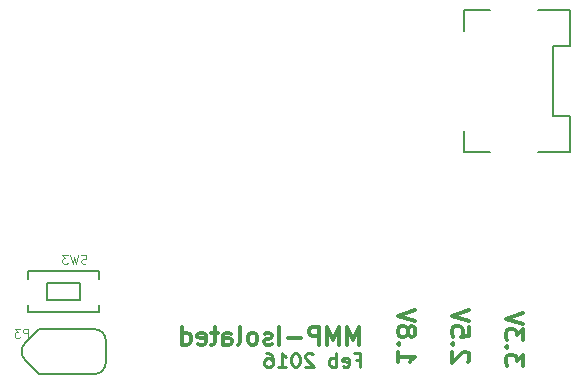
<source format=gbo>
G04 #@! TF.FileFunction,Legend,Bot*
%FSLAX46Y46*%
G04 Gerber Fmt 4.6, Leading zero omitted, Abs format (unit mm)*
G04 Created by KiCad (PCBNEW 4.0.0-rc2-stable) date 17/02/2016 11:29:29*
%MOMM*%
G01*
G04 APERTURE LIST*
%ADD10C,0.100000*%
%ADD11C,0.250000*%
%ADD12C,0.300000*%
%ADD13C,0.127000*%
%ADD14C,0.150000*%
%ADD15C,0.105000*%
G04 APERTURE END LIST*
D10*
D11*
X55460571Y70163714D02*
X55860571Y70163714D01*
X55860571Y69535143D02*
X55860571Y70735143D01*
X55289142Y70735143D01*
X54374857Y69592286D02*
X54489143Y69535143D01*
X54717714Y69535143D01*
X54832000Y69592286D01*
X54889143Y69706571D01*
X54889143Y70163714D01*
X54832000Y70278000D01*
X54717714Y70335143D01*
X54489143Y70335143D01*
X54374857Y70278000D01*
X54317714Y70163714D01*
X54317714Y70049429D01*
X54889143Y69935143D01*
X53803429Y69535143D02*
X53803429Y70735143D01*
X53803429Y70278000D02*
X53689143Y70335143D01*
X53460572Y70335143D01*
X53346286Y70278000D01*
X53289143Y70220857D01*
X53232000Y70106571D01*
X53232000Y69763714D01*
X53289143Y69649429D01*
X53346286Y69592286D01*
X53460572Y69535143D01*
X53689143Y69535143D01*
X53803429Y69592286D01*
X51860572Y70620857D02*
X51803429Y70678000D01*
X51689143Y70735143D01*
X51403429Y70735143D01*
X51289143Y70678000D01*
X51232000Y70620857D01*
X51174857Y70506571D01*
X51174857Y70392286D01*
X51232000Y70220857D01*
X51917714Y69535143D01*
X51174857Y69535143D01*
X50432000Y70735143D02*
X50317715Y70735143D01*
X50203429Y70678000D01*
X50146286Y70620857D01*
X50089143Y70506571D01*
X50032000Y70278000D01*
X50032000Y69992286D01*
X50089143Y69763714D01*
X50146286Y69649429D01*
X50203429Y69592286D01*
X50317715Y69535143D01*
X50432000Y69535143D01*
X50546286Y69592286D01*
X50603429Y69649429D01*
X50660572Y69763714D01*
X50717715Y69992286D01*
X50717715Y70278000D01*
X50660572Y70506571D01*
X50603429Y70620857D01*
X50546286Y70678000D01*
X50432000Y70735143D01*
X48889143Y69535143D02*
X49574858Y69535143D01*
X49232000Y69535143D02*
X49232000Y70735143D01*
X49346286Y70563714D01*
X49460572Y70449429D01*
X49574858Y70392286D01*
X47860572Y70735143D02*
X48089143Y70735143D01*
X48203429Y70678000D01*
X48260572Y70620857D01*
X48374858Y70449429D01*
X48432001Y70220857D01*
X48432001Y69763714D01*
X48374858Y69649429D01*
X48317715Y69592286D01*
X48203429Y69535143D01*
X47974858Y69535143D01*
X47860572Y69592286D01*
X47803429Y69649429D01*
X47746286Y69763714D01*
X47746286Y70049429D01*
X47803429Y70163714D01*
X47860572Y70220857D01*
X47974858Y70278000D01*
X48203429Y70278000D01*
X48317715Y70220857D01*
X48374858Y70163714D01*
X48432001Y70049429D01*
D12*
X55776000Y71431429D02*
X55776000Y72931429D01*
X55276000Y71860000D01*
X54776000Y72931429D01*
X54776000Y71431429D01*
X54061714Y71431429D02*
X54061714Y72931429D01*
X53561714Y71860000D01*
X53061714Y72931429D01*
X53061714Y71431429D01*
X52347428Y71431429D02*
X52347428Y72931429D01*
X51776000Y72931429D01*
X51633142Y72860000D01*
X51561714Y72788571D01*
X51490285Y72645714D01*
X51490285Y72431429D01*
X51561714Y72288571D01*
X51633142Y72217143D01*
X51776000Y72145714D01*
X52347428Y72145714D01*
X50847428Y72002857D02*
X49704571Y72002857D01*
X48990285Y71431429D02*
X48990285Y72931429D01*
X48347428Y71502857D02*
X48204571Y71431429D01*
X47918856Y71431429D01*
X47775999Y71502857D01*
X47704571Y71645714D01*
X47704571Y71717143D01*
X47775999Y71860000D01*
X47918856Y71931429D01*
X48133142Y71931429D01*
X48275999Y72002857D01*
X48347428Y72145714D01*
X48347428Y72217143D01*
X48275999Y72360000D01*
X48133142Y72431429D01*
X47918856Y72431429D01*
X47775999Y72360000D01*
X46847427Y71431429D02*
X46990285Y71502857D01*
X47061713Y71574286D01*
X47133142Y71717143D01*
X47133142Y72145714D01*
X47061713Y72288571D01*
X46990285Y72360000D01*
X46847427Y72431429D01*
X46633142Y72431429D01*
X46490285Y72360000D01*
X46418856Y72288571D01*
X46347427Y72145714D01*
X46347427Y71717143D01*
X46418856Y71574286D01*
X46490285Y71502857D01*
X46633142Y71431429D01*
X46847427Y71431429D01*
X45490284Y71431429D02*
X45633142Y71502857D01*
X45704570Y71645714D01*
X45704570Y72931429D01*
X44275999Y71431429D02*
X44275999Y72217143D01*
X44347428Y72360000D01*
X44490285Y72431429D01*
X44775999Y72431429D01*
X44918856Y72360000D01*
X44275999Y71502857D02*
X44418856Y71431429D01*
X44775999Y71431429D01*
X44918856Y71502857D01*
X44990285Y71645714D01*
X44990285Y71788571D01*
X44918856Y71931429D01*
X44775999Y72002857D01*
X44418856Y72002857D01*
X44275999Y72074286D01*
X43775999Y72431429D02*
X43204570Y72431429D01*
X43561713Y72931429D02*
X43561713Y71645714D01*
X43490285Y71502857D01*
X43347427Y71431429D01*
X43204570Y71431429D01*
X42133142Y71502857D02*
X42275999Y71431429D01*
X42561713Y71431429D01*
X42704570Y71502857D01*
X42775999Y71645714D01*
X42775999Y72217143D01*
X42704570Y72360000D01*
X42561713Y72431429D01*
X42275999Y72431429D01*
X42133142Y72360000D01*
X42061713Y72217143D01*
X42061713Y72074286D01*
X42775999Y71931429D01*
X40775999Y71431429D02*
X40775999Y72931429D01*
X40775999Y71502857D02*
X40918856Y71431429D01*
X41204570Y71431429D01*
X41347428Y71502857D01*
X41418856Y71574286D01*
X41490285Y71717143D01*
X41490285Y72145714D01*
X41418856Y72288571D01*
X41347428Y72360000D01*
X41204570Y72431429D01*
X40918856Y72431429D01*
X40775999Y72360000D01*
X69671429Y69641715D02*
X69671429Y70570286D01*
X69100000Y70070286D01*
X69100000Y70284572D01*
X69028571Y70427429D01*
X68957143Y70498858D01*
X68814286Y70570286D01*
X68457143Y70570286D01*
X68314286Y70498858D01*
X68242857Y70427429D01*
X68171429Y70284572D01*
X68171429Y69856000D01*
X68242857Y69713143D01*
X68314286Y69641715D01*
X68314286Y71213143D02*
X68242857Y71284571D01*
X68171429Y71213143D01*
X68242857Y71141714D01*
X68314286Y71213143D01*
X68171429Y71213143D01*
X69671429Y71784572D02*
X69671429Y72713143D01*
X69100000Y72213143D01*
X69100000Y72427429D01*
X69028571Y72570286D01*
X68957143Y72641715D01*
X68814286Y72713143D01*
X68457143Y72713143D01*
X68314286Y72641715D01*
X68242857Y72570286D01*
X68171429Y72427429D01*
X68171429Y71998857D01*
X68242857Y71856000D01*
X68314286Y71784572D01*
X69671429Y73141714D02*
X68171429Y73641714D01*
X69671429Y74141714D01*
X59027429Y70824286D02*
X59027429Y69967143D01*
X59027429Y70395715D02*
X60527429Y70395715D01*
X60313143Y70252858D01*
X60170286Y70110000D01*
X60098857Y69967143D01*
X59170286Y71467143D02*
X59098857Y71538571D01*
X59027429Y71467143D01*
X59098857Y71395714D01*
X59170286Y71467143D01*
X59027429Y71467143D01*
X59884571Y72395715D02*
X59956000Y72252857D01*
X60027429Y72181429D01*
X60170286Y72110000D01*
X60241714Y72110000D01*
X60384571Y72181429D01*
X60456000Y72252857D01*
X60527429Y72395715D01*
X60527429Y72681429D01*
X60456000Y72824286D01*
X60384571Y72895715D01*
X60241714Y72967143D01*
X60170286Y72967143D01*
X60027429Y72895715D01*
X59956000Y72824286D01*
X59884571Y72681429D01*
X59884571Y72395715D01*
X59813143Y72252857D01*
X59741714Y72181429D01*
X59598857Y72110000D01*
X59313143Y72110000D01*
X59170286Y72181429D01*
X59098857Y72252857D01*
X59027429Y72395715D01*
X59027429Y72681429D01*
X59098857Y72824286D01*
X59170286Y72895715D01*
X59313143Y72967143D01*
X59598857Y72967143D01*
X59741714Y72895715D01*
X59813143Y72824286D01*
X59884571Y72681429D01*
X60527429Y73395714D02*
X59027429Y73895714D01*
X60527429Y74395714D01*
X64956571Y69967143D02*
X65028000Y70038572D01*
X65099429Y70181429D01*
X65099429Y70538572D01*
X65028000Y70681429D01*
X64956571Y70752858D01*
X64813714Y70824286D01*
X64670857Y70824286D01*
X64456571Y70752858D01*
X63599429Y69895715D01*
X63599429Y70824286D01*
X63742286Y71467143D02*
X63670857Y71538571D01*
X63599429Y71467143D01*
X63670857Y71395714D01*
X63742286Y71467143D01*
X63599429Y71467143D01*
X65099429Y72895715D02*
X65099429Y72181429D01*
X64385143Y72110000D01*
X64456571Y72181429D01*
X64528000Y72324286D01*
X64528000Y72681429D01*
X64456571Y72824286D01*
X64385143Y72895715D01*
X64242286Y72967143D01*
X63885143Y72967143D01*
X63742286Y72895715D01*
X63670857Y72824286D01*
X63599429Y72681429D01*
X63599429Y72324286D01*
X63670857Y72181429D01*
X63742286Y72110000D01*
X65099429Y73395714D02*
X63599429Y73895714D01*
X65099429Y74395714D01*
D13*
X33353500Y72745000D02*
X28667200Y72745000D01*
X33353500Y68935000D02*
X28667200Y68935000D01*
X27486100Y71563900D02*
X28667200Y72745000D01*
X27486100Y70116100D02*
X28667200Y68935000D01*
X27486100Y70116100D02*
G75*
G02X27486100Y71563900I723900J723900D01*
G01*
X34306000Y69887500D02*
X34306000Y71792500D01*
X33353500Y72745000D02*
G75*
G02X34306000Y71792500I0J-952500D01*
G01*
X34306000Y69887500D02*
G75*
G02X33353500Y68935000I-952500J0D01*
G01*
D14*
X32150000Y76620000D02*
X29350000Y76620000D01*
X29350000Y76620000D02*
X29350000Y75220000D01*
X29350000Y75220000D02*
X32150000Y75220000D01*
X32150000Y75220000D02*
X32150000Y76620000D01*
X27750000Y77670000D02*
X27750000Y77020000D01*
X27750000Y74170000D02*
X27750000Y74820000D01*
X33750000Y74820000D02*
X33750000Y74170000D01*
X33750000Y77670000D02*
X33750000Y77020000D01*
X27750000Y77670000D02*
X33750000Y77670000D01*
X33750000Y74170000D02*
X27750000Y74170000D01*
X73578000Y87748000D02*
X73578000Y90748000D01*
X73578000Y90748000D02*
X72178000Y90748000D01*
X72178000Y90748000D02*
X72178000Y96748000D01*
X72178000Y96748000D02*
X73578000Y96748000D01*
X73578000Y96748000D02*
X73578000Y99748000D01*
X73578000Y99748000D02*
X70928000Y99748000D01*
X73578000Y87748000D02*
X70928000Y87748000D01*
X64678000Y99748000D02*
X66828000Y99748000D01*
X64678000Y99748000D02*
X64678000Y97948000D01*
X64678000Y87748000D02*
X66828000Y87748000D01*
X64678000Y87748000D02*
X64678000Y89548000D01*
D15*
X27763927Y72014690D02*
X27763927Y72786850D01*
X27469771Y72786850D01*
X27396232Y72750080D01*
X27359463Y72713310D01*
X27322693Y72639771D01*
X27322693Y72529463D01*
X27359463Y72455924D01*
X27396232Y72419154D01*
X27469771Y72382385D01*
X27763927Y72382385D01*
X27065306Y72786850D02*
X26587303Y72786850D01*
X26844689Y72492693D01*
X26734381Y72492693D01*
X26660842Y72455924D01*
X26624072Y72419154D01*
X26587303Y72345615D01*
X26587303Y72161768D01*
X26624072Y72088229D01*
X26660842Y72051459D01*
X26734381Y72014690D01*
X26954998Y72014690D01*
X27028537Y72051459D01*
X27065306Y72088229D01*
X32679546Y78307459D02*
X32569237Y78270690D01*
X32385390Y78270690D01*
X32311851Y78307459D01*
X32275081Y78344229D01*
X32238312Y78417768D01*
X32238312Y78491307D01*
X32275081Y78564846D01*
X32311851Y78601615D01*
X32385390Y78638385D01*
X32532468Y78675154D01*
X32606007Y78711924D01*
X32642776Y78748693D01*
X32679546Y78822232D01*
X32679546Y78895771D01*
X32642776Y78969310D01*
X32606007Y79006080D01*
X32532468Y79042850D01*
X32348620Y79042850D01*
X32238312Y79006080D01*
X31980925Y79042850D02*
X31797078Y78270690D01*
X31650000Y78822232D01*
X31502922Y78270690D01*
X31319074Y79042850D01*
X31098456Y79042850D02*
X30620453Y79042850D01*
X30877839Y78748693D01*
X30767531Y78748693D01*
X30693992Y78711924D01*
X30657222Y78675154D01*
X30620453Y78601615D01*
X30620453Y78417768D01*
X30657222Y78344229D01*
X30693992Y78307459D01*
X30767531Y78270690D01*
X30988148Y78270690D01*
X31061687Y78307459D01*
X31098456Y78344229D01*
M02*

</source>
